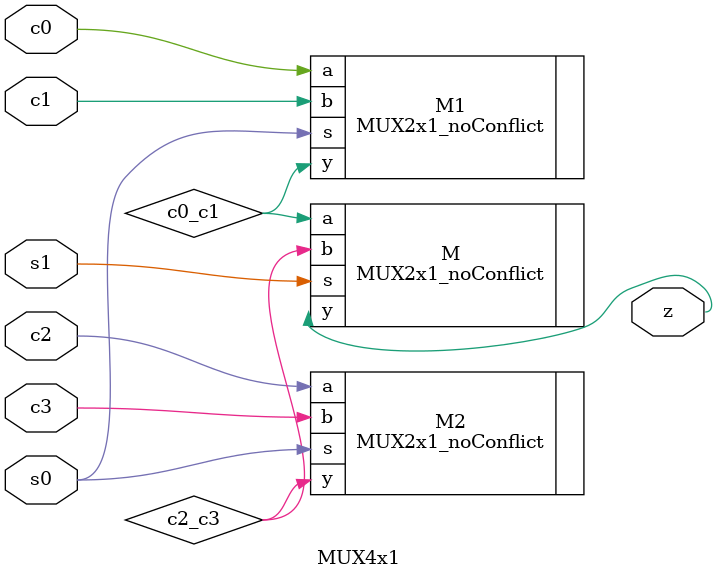
<source format=v>
`timescale 1ns/1ps
module MUX4x1(c0,c1,c2,c3,s0,s1,z);
	
	input c0,c1,c2,c3,s0,s1;
	output z;
	wire c0_c1,c2_c3;
	
	MUX2x1_noConflict M1(.a(c0),.b(c1),.s(s0),.y(c0_c1));
	MUX2x1_noConflict M2(.a(c2),.b(c3),.s(s0),.y(c2_c3));
	MUX2x1_noConflict M(.a(c0_c1),.b(c2_c3),.s(s1),.y(z));
	
endmodule
</source>
